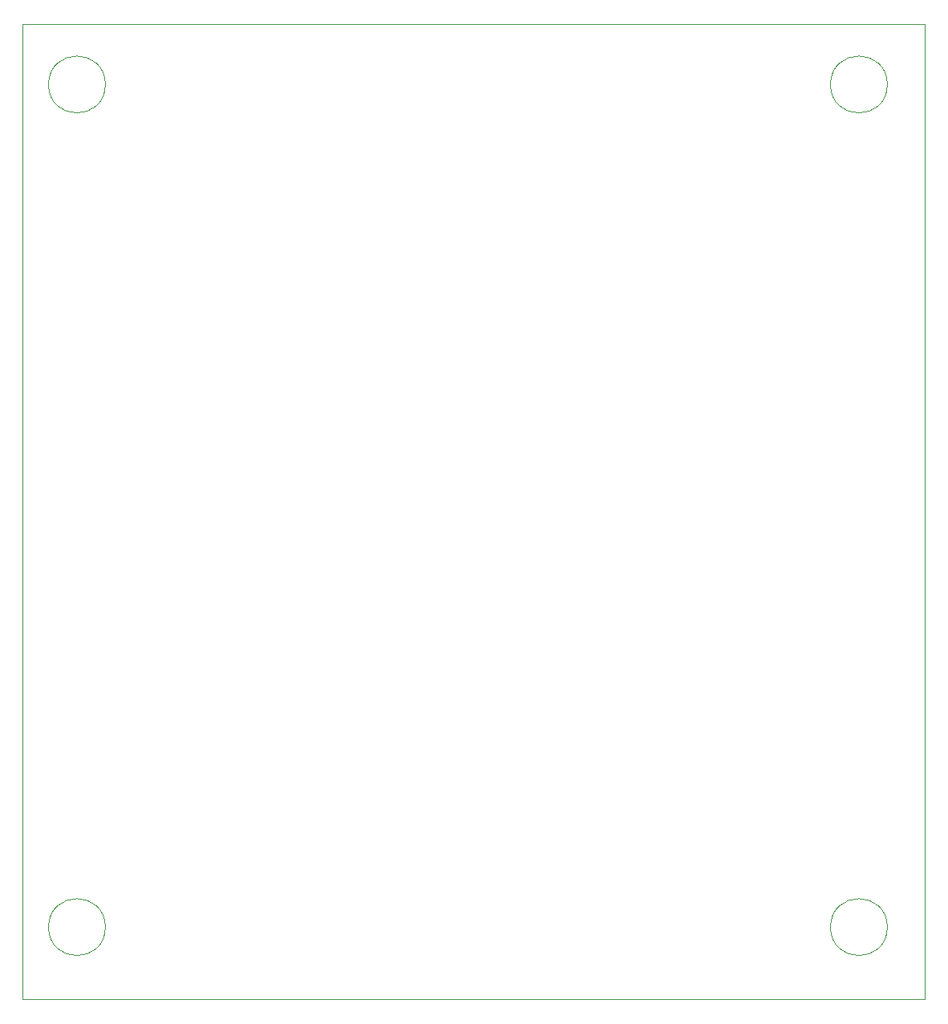
<source format=gbr>
%TF.GenerationSoftware,KiCad,Pcbnew,8.0.3*%
%TF.CreationDate,2024-06-11T18:53:39-07:00*%
%TF.ProjectId,multi-channel-preamp,6d756c74-692d-4636-9861-6e6e656c2d70,rev?*%
%TF.SameCoordinates,Original*%
%TF.FileFunction,Profile,NP*%
%FSLAX46Y46*%
G04 Gerber Fmt 4.6, Leading zero omitted, Abs format (unit mm)*
G04 Created by KiCad (PCBNEW 8.0.3) date 2024-06-11 18:53:39*
%MOMM*%
%LPD*%
G01*
G04 APERTURE LIST*
%TA.AperFunction,Profile*%
%ADD10C,0.050000*%
%TD*%
G04 APERTURE END LIST*
D10*
X85550000Y-43180000D02*
G75*
G02*
X79550000Y-43180000I-3000000J0D01*
G01*
X79550000Y-43180000D02*
G75*
G02*
X85550000Y-43180000I3000000J0D01*
G01*
X85550000Y-132080000D02*
G75*
G02*
X79550000Y-132080000I-3000000J0D01*
G01*
X79550000Y-132080000D02*
G75*
G02*
X85550000Y-132080000I3000000J0D01*
G01*
X168100000Y-132080000D02*
G75*
G02*
X162100000Y-132080000I-3000000J0D01*
G01*
X162100000Y-132080000D02*
G75*
G02*
X168100000Y-132080000I3000000J0D01*
G01*
X168100000Y-43180000D02*
G75*
G02*
X162100000Y-43180000I-3000000J0D01*
G01*
X162100000Y-43180000D02*
G75*
G02*
X168100000Y-43180000I3000000J0D01*
G01*
X76835000Y-36830000D02*
X172085000Y-36830000D01*
X172085000Y-139700000D02*
X76835000Y-139700000D01*
X172085000Y-36830000D02*
X172085000Y-139700000D01*
X76835000Y-139700000D02*
X76835000Y-36830000D01*
M02*

</source>
